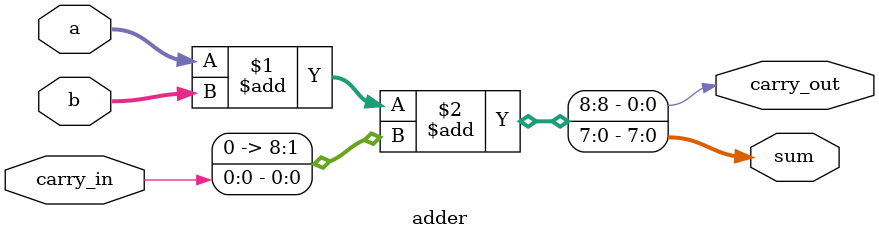
<source format=sv>
module adder #(
    parameter WIDTH = 8
) (
    input  wire [WIDTH-1:0] a,
    input  wire [WIDTH-1:0] b,
    input  wire             carry_in,
    output wire [WIDTH-1:0] sum,
    output wire             carry_out
);

    assign {carry_out, sum} = a + b + {{(WIDTH-1){1'b0}}, carry_in};

endmodule
</source>
